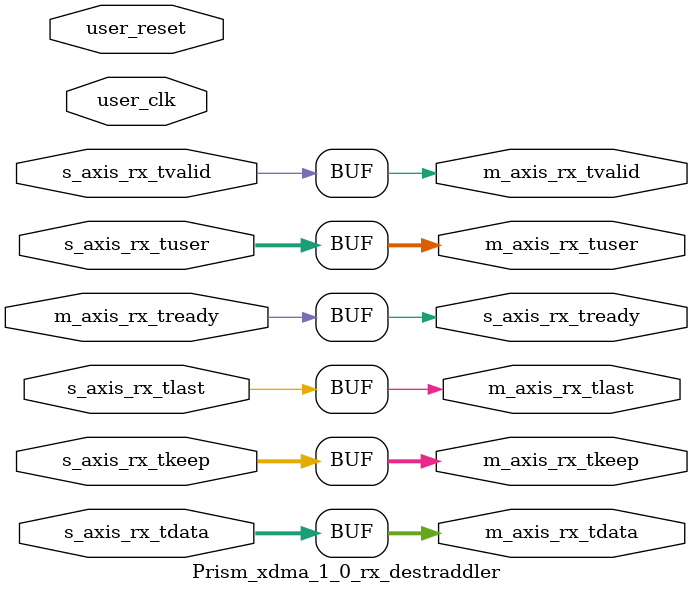
<source format=sv>


`timescale 1ps/1ps

module Prism_xdma_1_0_rx_destraddler #(
  parameter C_AXI_DATA_WIDTH = 64,                     // RX/TX interface data width
  parameter C_KEEP_WIDTH     = C_AXI_DATA_WIDTH/8,     // TKEEP width
  parameter TCQ              = 1                       // Clock to Q time

  ) (

  input                         user_clk,
  input                         user_reset,

  //-------------------------------------------------
  // AXI-S RX Interface from PCIe Hard Block
  //-------------------------------------------------
  input  [C_AXI_DATA_WIDTH-1:0] s_axis_rx_tdata,       // RX data
  input                         s_axis_rx_tvalid,      // RX data is valid
  output reg                    s_axis_rx_tready,      // RX ready for data
  input      [C_KEEP_WIDTH-1:0] s_axis_rx_tkeep,       // RX strobe byte enables
  input                         s_axis_rx_tlast,       // RX data is last
  input                  [21:0] s_axis_rx_tuser,       // RX user signals

  //-------------------------------------------------
  // AXI-S RX Interface to RX Demux
  //-------------------------------------------------
  output reg [C_AXI_DATA_WIDTH-1:0] m_axis_rx_tdata,       // RX data
  output reg                        m_axis_rx_tvalid,      // RX data is valid
  input                             m_axis_rx_tready,      // RX ready for data
  output reg    [C_KEEP_WIDTH-1:0]  m_axis_rx_tkeep,       // RX strobe byte enables
  output reg                        m_axis_rx_tlast,       // RX data is last
  output reg                [21:0]  m_axis_rx_tuser        // RX user signals

);

generate
if(C_AXI_DATA_WIDTH == 128) begin : data_width_128

  // Local parameters

  localparam NORMAL_PACKET    = 2'b00;
  localparam STRADDLED_PACKET = 2'b01;
  localparam THROTTLE_TLP     = 2'b10;

  // Wire and Register Declarations

  reg [1:0]  state;
  reg [63:0] prev_data_half;
  reg [7:0]  prev_keep_half;
  reg [21:0] prev_user_half;


  always @(posedge user_clk) begin

    if (user_reset) begin

      state <= #TCQ NORMAL_PACKET;

    end else begin

      if (m_axis_rx_tready) begin

        // Store higher DWs in case it's straddled packet
        prev_data_half <= #TCQ s_axis_rx_tdata[127:64];
        prev_keep_half <= #TCQ s_axis_rx_tkeep[15:8];
        prev_user_half <= #TCQ s_axis_rx_tuser;

        case (state)

        NORMAL_PACKET: begin

          if (s_axis_rx_tuser[14] && s_axis_rx_tuser[13]) begin // SOF && Start @ DW2/3

            state           <= #TCQ STRADDLED_PACKET;

          end

        end // NORMAL_PACKET

        STRADDLED_PACKET: begin

          if (s_axis_rx_tuser[21] && !s_axis_rx_tuser[14]) begin // EOF && !SOF

            if (s_axis_rx_tuser[20]) begin          // EOF @ DW2/3
              state           <= #TCQ THROTTLE_TLP;
            end else begin                          // EOF @ DW0/1
              state           <= #TCQ NORMAL_PACKET;
            end

          end // EOF && !SOF

          // Note for all possible conditions in this state:
          // else if EOF && SOF  : SOF can only start @ DW2/3, so EOF can only be @ DW0/1. Stay in this state
          // else if !EOF && SOF : Will never have SOF only in this state. Stay in this state
          // else if !EOF && !SOF: No change. Stay in this state

        end // STRADDLED_PACKET

        THROTTLE_TLP: begin

          state <= #TCQ NORMAL_PACKET;

        end // THROTTLE_TLP

        default: begin

          state <= #TCQ NORMAL_PACKET;

        end // default

        endcase

      end // s_axis_rx_tready
    end // reset
  end // always

  always @(*) begin

      case (state)

      NORMAL_PACKET: begin

        m_axis_rx_tdata  = s_axis_rx_tdata;
        m_axis_rx_tvalid = s_axis_rx_tvalid;
        s_axis_rx_tready = m_axis_rx_tready;
        m_axis_rx_tkeep  =   (s_axis_rx_tuser[20:19] == 2'b00) ? 16'h000F :
                           ( (s_axis_rx_tuser[20:19] == 2'b01) ? 16'h00FF :
                           ( (s_axis_rx_tuser[20:19] == 2'b10) ? 16'h0FFF :
                                                                 16'hFFFF ));

        m_axis_rx_tlast  = s_axis_rx_tuser[21];

        // If EOF or (EOF and SOF), zero out SOF field. If SOF, the EOF field is already zero in this state
        m_axis_rx_tuser  = s_axis_rx_tuser[21] ? ( {s_axis_rx_tuser[21:15], 5'b0, s_axis_rx_tuser[9:0]} ) :
                                                 ( s_axis_rx_tuser                                      ) ;

      end

      STRADDLED_PACKET: begin

        m_axis_rx_tdata  = {s_axis_rx_tdata[63:0], prev_data_half};
        m_axis_rx_tvalid = s_axis_rx_tvalid;
        s_axis_rx_tready = m_axis_rx_tready;

        m_axis_rx_tkeep  = { ((s_axis_rx_tuser[20:19] == 2'b00) ? 8'h0F : 8'hFF),
                             8'hFF
                           };

      //  m_axis_rx_tlast  = (s_axis_rx_tuser[21] && s_axis_rx_tuser[20]) ? 1'b0 : 1'b1;
         m_axis_rx_tlast  = s_axis_rx_tuser[20] ? 1'b0 : 1'b1;

        // If SOF seen previously, zero out EOF. If EOF or (EOF and SOF) currently, zero out SOF field.
        m_axis_rx_tuser  = prev_user_half[14] ? {5'b0, prev_user_half[16:0]} :
                                                ( s_axis_rx_tuser[21] ? ( {s_axis_rx_tuser[21:15], 5'b0, s_axis_rx_tuser[9:0]} ) :
                                                                        ( s_axis_rx_tuser                                      )
                                                );

      end

      THROTTLE_TLP: begin

        m_axis_rx_tdata  = {64'h0, prev_data_half};
        m_axis_rx_tvalid = 1'b1;
        s_axis_rx_tready = 1'b0;

        m_axis_rx_tkeep  = { 8'h0, 
                             ((prev_user_half[20:19] == 2'b10) ? 8'h0F : 8'hFF)
                           };

        m_axis_rx_tlast  = 1'b1;
        m_axis_rx_tuser  = {prev_user_half[21:15], 5'b0, prev_user_half[9:0]}; // Zero out SOF field

      end

      default: begin

        m_axis_rx_tdata  = s_axis_rx_tdata;
        m_axis_rx_tvalid = s_axis_rx_tvalid;
        s_axis_rx_tready = m_axis_rx_tready;
        m_axis_rx_tkeep  = s_axis_rx_tkeep;
        m_axis_rx_tlast  = s_axis_rx_tuser[21];
        m_axis_rx_tuser  = s_axis_rx_tuser;

      end

      endcase

  end // always

end // data_width_128
else begin: data_width_64

  // No straddling in 64-bit mode. Pass through all signals as is
  always @(*) begin

    m_axis_rx_tdata  = s_axis_rx_tdata;
    m_axis_rx_tvalid = s_axis_rx_tvalid;
    s_axis_rx_tready = m_axis_rx_tready;
    m_axis_rx_tkeep  = s_axis_rx_tkeep;
    m_axis_rx_tlast  = s_axis_rx_tlast;
    m_axis_rx_tuser  = s_axis_rx_tuser;

  end // always

end // data_width_64
endgenerate

endmodule

</source>
